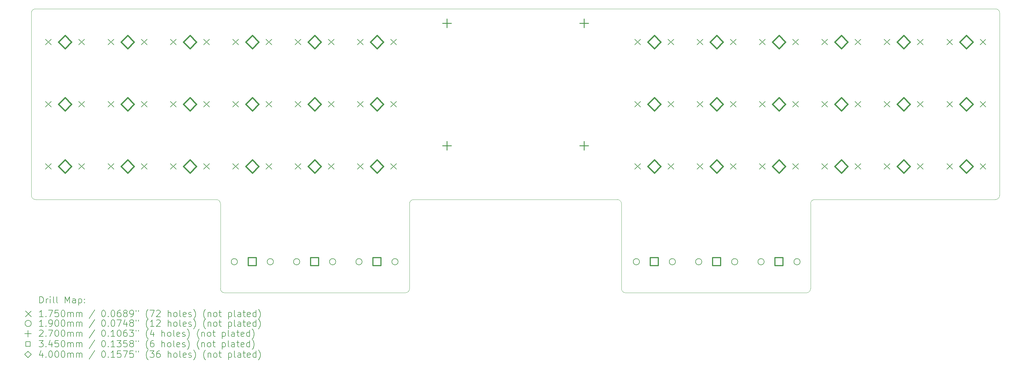
<source format=gbr>
%TF.GenerationSoftware,KiCad,Pcbnew,(6.0.7)*%
%TF.CreationDate,2022-10-12T10:08:04+02:00*%
%TF.ProjectId,cmdr_mainboard,636d6472-5f6d-4616-996e-626f6172642e,rev?*%
%TF.SameCoordinates,Original*%
%TF.FileFunction,Drillmap*%
%TF.FilePolarity,Positive*%
%FSLAX45Y45*%
G04 Gerber Fmt 4.5, Leading zero omitted, Abs format (unit mm)*
G04 Created by KiCad (PCBNEW (6.0.7)) date 2022-10-12 10:08:04*
%MOMM*%
%LPD*%
G01*
G04 APERTURE LIST*
%ADD10C,0.050000*%
%ADD11C,0.200000*%
%ADD12C,0.175000*%
%ADD13C,0.190000*%
%ADD14C,0.270000*%
%ADD15C,0.345000*%
%ADD16C,0.400000*%
G04 APERTURE END LIST*
D10*
X6223000Y-16510000D02*
G75*
G03*
X6350000Y-16637000I127000J0D01*
G01*
X17907000Y-16637000D02*
G75*
G03*
X17780000Y-16764000I0J-127000D01*
G01*
X30162500Y-16637000D02*
G75*
G03*
X30035500Y-16764000I0J-127000D01*
G01*
X35814000Y-16510000D02*
X35814633Y-10922000D01*
X6350000Y-16637000D02*
X11874500Y-16637000D01*
X17780000Y-16764000D02*
X17780000Y-19367500D01*
X29908500Y-19494500D02*
X24384000Y-19494500D01*
X30162500Y-16637000D02*
X35687000Y-16637000D01*
X30035500Y-16764000D02*
X30035500Y-19367500D01*
X17653000Y-19494500D02*
X12128500Y-19494500D01*
X35814633Y-10922000D02*
G75*
G03*
X35699700Y-10795000I-127633J0D01*
G01*
X12001500Y-19367500D02*
G75*
G03*
X12128500Y-19494500I127000J0D01*
G01*
X17653000Y-19494500D02*
G75*
G03*
X17780000Y-19367500I0J127000D01*
G01*
X12001500Y-19367500D02*
X12001500Y-16764000D01*
X35699700Y-10795000D02*
X6350000Y-10795000D01*
X12001500Y-16764000D02*
G75*
G03*
X11874500Y-16637000I-127000J0D01*
G01*
X29908500Y-19494500D02*
G75*
G03*
X30035500Y-19367500I0J127000D01*
G01*
X24257000Y-19367500D02*
G75*
G03*
X24384000Y-19494500I127000J0D01*
G01*
X35687000Y-16637000D02*
G75*
G03*
X35814000Y-16510000I0J127000D01*
G01*
X24257000Y-16764000D02*
G75*
G03*
X24130000Y-16637000I-127000J0D01*
G01*
X24257000Y-19367500D02*
X24257000Y-16764000D01*
X6223000Y-10922000D02*
X6223000Y-16510000D01*
X6350000Y-10795000D02*
G75*
G03*
X6223000Y-10922000I0J-127000D01*
G01*
X24130000Y-16637000D02*
X17907000Y-16637000D01*
D11*
D12*
X6656200Y-11723500D02*
X6831200Y-11898500D01*
X6831200Y-11723500D02*
X6656200Y-11898500D01*
X6656200Y-13628500D02*
X6831200Y-13803500D01*
X6831200Y-13628500D02*
X6656200Y-13803500D01*
X6656200Y-15533500D02*
X6831200Y-15708500D01*
X6831200Y-15533500D02*
X6656200Y-15708500D01*
X7672200Y-11723500D02*
X7847200Y-11898500D01*
X7847200Y-11723500D02*
X7672200Y-11898500D01*
X7672200Y-13628500D02*
X7847200Y-13803500D01*
X7847200Y-13628500D02*
X7672200Y-13803500D01*
X7672200Y-15533500D02*
X7847200Y-15708500D01*
X7847200Y-15533500D02*
X7672200Y-15708500D01*
X8569818Y-11723500D02*
X8744818Y-11898500D01*
X8744818Y-11723500D02*
X8569818Y-11898500D01*
X8569818Y-13628500D02*
X8744818Y-13803500D01*
X8744818Y-13628500D02*
X8569818Y-13803500D01*
X8569818Y-15533500D02*
X8744818Y-15708500D01*
X8744818Y-15533500D02*
X8569818Y-15708500D01*
X9585818Y-11723500D02*
X9760818Y-11898500D01*
X9760818Y-11723500D02*
X9585818Y-11898500D01*
X9585818Y-13628500D02*
X9760818Y-13803500D01*
X9760818Y-13628500D02*
X9585818Y-13803500D01*
X9585818Y-15533500D02*
X9760818Y-15708500D01*
X9760818Y-15533500D02*
X9585818Y-15708500D01*
X10474818Y-11723500D02*
X10649818Y-11898500D01*
X10649818Y-11723500D02*
X10474818Y-11898500D01*
X10474818Y-13628500D02*
X10649818Y-13803500D01*
X10649818Y-13628500D02*
X10474818Y-13803500D01*
X10474818Y-15533500D02*
X10649818Y-15708500D01*
X10649818Y-15533500D02*
X10474818Y-15708500D01*
X11490818Y-11723500D02*
X11665818Y-11898500D01*
X11665818Y-11723500D02*
X11490818Y-11898500D01*
X11490818Y-13628500D02*
X11665818Y-13803500D01*
X11665818Y-13628500D02*
X11490818Y-13803500D01*
X11490818Y-15533500D02*
X11665818Y-15708500D01*
X11665818Y-15533500D02*
X11490818Y-15708500D01*
X12379818Y-11723500D02*
X12554818Y-11898500D01*
X12554818Y-11723500D02*
X12379818Y-11898500D01*
X12379818Y-13628500D02*
X12554818Y-13803500D01*
X12554818Y-13628500D02*
X12379818Y-13803500D01*
X12379818Y-15533500D02*
X12554818Y-15708500D01*
X12554818Y-15533500D02*
X12379818Y-15708500D01*
X13395818Y-11723500D02*
X13570818Y-11898500D01*
X13570818Y-11723500D02*
X13395818Y-11898500D01*
X13395818Y-13628500D02*
X13570818Y-13803500D01*
X13570818Y-13628500D02*
X13395818Y-13803500D01*
X13395818Y-15533500D02*
X13570818Y-15708500D01*
X13570818Y-15533500D02*
X13395818Y-15708500D01*
X14284818Y-11723500D02*
X14459818Y-11898500D01*
X14459818Y-11723500D02*
X14284818Y-11898500D01*
X14284818Y-13628500D02*
X14459818Y-13803500D01*
X14459818Y-13628500D02*
X14284818Y-13803500D01*
X14284818Y-15533500D02*
X14459818Y-15708500D01*
X14459818Y-15533500D02*
X14284818Y-15708500D01*
X15300818Y-11723500D02*
X15475818Y-11898500D01*
X15475818Y-11723500D02*
X15300818Y-11898500D01*
X15300818Y-13628500D02*
X15475818Y-13803500D01*
X15475818Y-13628500D02*
X15300818Y-13803500D01*
X15300818Y-15533500D02*
X15475818Y-15708500D01*
X15475818Y-15533500D02*
X15300818Y-15708500D01*
X16189818Y-11723500D02*
X16364818Y-11898500D01*
X16364818Y-11723500D02*
X16189818Y-11898500D01*
X16189818Y-13628500D02*
X16364818Y-13803500D01*
X16364818Y-13628500D02*
X16189818Y-13803500D01*
X16189818Y-15533500D02*
X16364818Y-15708500D01*
X16364818Y-15533500D02*
X16189818Y-15708500D01*
X17205818Y-11723500D02*
X17380818Y-11898500D01*
X17380818Y-11723500D02*
X17205818Y-11898500D01*
X17205818Y-13628500D02*
X17380818Y-13803500D01*
X17380818Y-13628500D02*
X17205818Y-13803500D01*
X17205818Y-15533500D02*
X17380818Y-15708500D01*
X17380818Y-15533500D02*
X17205818Y-15708500D01*
X24666208Y-11723500D02*
X24841208Y-11898500D01*
X24841208Y-11723500D02*
X24666208Y-11898500D01*
X24666208Y-13628500D02*
X24841208Y-13803500D01*
X24841208Y-13628500D02*
X24666208Y-13803500D01*
X24666208Y-15533500D02*
X24841208Y-15708500D01*
X24841208Y-15533500D02*
X24666208Y-15708500D01*
X25682208Y-11723500D02*
X25857208Y-11898500D01*
X25857208Y-11723500D02*
X25682208Y-11898500D01*
X25682208Y-13628500D02*
X25857208Y-13803500D01*
X25857208Y-13628500D02*
X25682208Y-13803500D01*
X25682208Y-15533500D02*
X25857208Y-15708500D01*
X25857208Y-15533500D02*
X25682208Y-15708500D01*
X26571208Y-11723500D02*
X26746208Y-11898500D01*
X26746208Y-11723500D02*
X26571208Y-11898500D01*
X26571208Y-13628500D02*
X26746208Y-13803500D01*
X26746208Y-13628500D02*
X26571208Y-13803500D01*
X26571208Y-15533500D02*
X26746208Y-15708500D01*
X26746208Y-15533500D02*
X26571208Y-15708500D01*
X27587208Y-11723500D02*
X27762208Y-11898500D01*
X27762208Y-11723500D02*
X27587208Y-11898500D01*
X27587208Y-13628500D02*
X27762208Y-13803500D01*
X27762208Y-13628500D02*
X27587208Y-13803500D01*
X27587208Y-15533500D02*
X27762208Y-15708500D01*
X27762208Y-15533500D02*
X27587208Y-15708500D01*
X28476208Y-11723500D02*
X28651208Y-11898500D01*
X28651208Y-11723500D02*
X28476208Y-11898500D01*
X28476208Y-13628500D02*
X28651208Y-13803500D01*
X28651208Y-13628500D02*
X28476208Y-13803500D01*
X28476208Y-15533500D02*
X28651208Y-15708500D01*
X28651208Y-15533500D02*
X28476208Y-15708500D01*
X29492208Y-11723500D02*
X29667208Y-11898500D01*
X29667208Y-11723500D02*
X29492208Y-11898500D01*
X29492208Y-13628500D02*
X29667208Y-13803500D01*
X29667208Y-13628500D02*
X29492208Y-13803500D01*
X29492208Y-15533500D02*
X29667208Y-15708500D01*
X29667208Y-15533500D02*
X29492208Y-15708500D01*
X30381208Y-11723500D02*
X30556208Y-11898500D01*
X30556208Y-11723500D02*
X30381208Y-11898500D01*
X30381208Y-13628500D02*
X30556208Y-13803500D01*
X30556208Y-13628500D02*
X30381208Y-13803500D01*
X30381208Y-15533500D02*
X30556208Y-15708500D01*
X30556208Y-15533500D02*
X30381208Y-15708500D01*
X31397208Y-11723500D02*
X31572208Y-11898500D01*
X31572208Y-11723500D02*
X31397208Y-11898500D01*
X31397208Y-13628500D02*
X31572208Y-13803500D01*
X31572208Y-13628500D02*
X31397208Y-13803500D01*
X31397208Y-15533500D02*
X31572208Y-15708500D01*
X31572208Y-15533500D02*
X31397208Y-15708500D01*
X32286208Y-11723500D02*
X32461208Y-11898500D01*
X32461208Y-11723500D02*
X32286208Y-11898500D01*
X32286208Y-13628500D02*
X32461208Y-13803500D01*
X32461208Y-13628500D02*
X32286208Y-13803500D01*
X32286208Y-15533500D02*
X32461208Y-15708500D01*
X32461208Y-15533500D02*
X32286208Y-15708500D01*
X33302208Y-11723500D02*
X33477208Y-11898500D01*
X33477208Y-11723500D02*
X33302208Y-11898500D01*
X33302208Y-13628500D02*
X33477208Y-13803500D01*
X33477208Y-13628500D02*
X33302208Y-13803500D01*
X33302208Y-15533500D02*
X33477208Y-15708500D01*
X33477208Y-15533500D02*
X33302208Y-15708500D01*
X34202500Y-11723500D02*
X34377500Y-11898500D01*
X34377500Y-11723500D02*
X34202500Y-11898500D01*
X34202500Y-13628500D02*
X34377500Y-13803500D01*
X34377500Y-13628500D02*
X34202500Y-13803500D01*
X34202500Y-15533500D02*
X34377500Y-15708500D01*
X34377500Y-15533500D02*
X34202500Y-15708500D01*
X35218500Y-11723500D02*
X35393500Y-11898500D01*
X35393500Y-11723500D02*
X35218500Y-11898500D01*
X35218500Y-13628500D02*
X35393500Y-13803500D01*
X35393500Y-13628500D02*
X35218500Y-13803500D01*
X35218500Y-15533500D02*
X35393500Y-15708500D01*
X35393500Y-15533500D02*
X35218500Y-15708500D01*
D13*
X12520318Y-18542000D02*
G75*
G03*
X12520318Y-18542000I-95000J0D01*
G01*
X13620318Y-18542000D02*
G75*
G03*
X13620318Y-18542000I-95000J0D01*
G01*
X14425318Y-18542000D02*
G75*
G03*
X14425318Y-18542000I-95000J0D01*
G01*
X15525318Y-18542000D02*
G75*
G03*
X15525318Y-18542000I-95000J0D01*
G01*
X16330318Y-18542000D02*
G75*
G03*
X16330318Y-18542000I-95000J0D01*
G01*
X17430318Y-18542000D02*
G75*
G03*
X17430318Y-18542000I-95000J0D01*
G01*
X24806708Y-18542000D02*
G75*
G03*
X24806708Y-18542000I-95000J0D01*
G01*
X25906708Y-18542000D02*
G75*
G03*
X25906708Y-18542000I-95000J0D01*
G01*
X26711708Y-18542000D02*
G75*
G03*
X26711708Y-18542000I-95000J0D01*
G01*
X27811708Y-18542000D02*
G75*
G03*
X27811708Y-18542000I-95000J0D01*
G01*
X28616708Y-18542000D02*
G75*
G03*
X28616708Y-18542000I-95000J0D01*
G01*
X29716708Y-18542000D02*
G75*
G03*
X29716708Y-18542000I-95000J0D01*
G01*
D14*
X18923000Y-11104500D02*
X18923000Y-11374500D01*
X18788000Y-11239500D02*
X19058000Y-11239500D01*
X18923000Y-14851000D02*
X18923000Y-15121000D01*
X18788000Y-14986000D02*
X19058000Y-14986000D01*
X23114000Y-11104500D02*
X23114000Y-11374500D01*
X22979000Y-11239500D02*
X23249000Y-11239500D01*
X23114000Y-14851000D02*
X23114000Y-15121000D01*
X22979000Y-14986000D02*
X23249000Y-14986000D01*
D15*
X13097295Y-18663977D02*
X13097295Y-18420023D01*
X12853341Y-18420023D01*
X12853341Y-18663977D01*
X13097295Y-18663977D01*
X15002295Y-18663977D02*
X15002295Y-18420023D01*
X14758341Y-18420023D01*
X14758341Y-18663977D01*
X15002295Y-18663977D01*
X16907295Y-18663977D02*
X16907295Y-18420023D01*
X16663341Y-18420023D01*
X16663341Y-18663977D01*
X16907295Y-18663977D01*
X25383685Y-18663977D02*
X25383685Y-18420023D01*
X25139731Y-18420023D01*
X25139731Y-18663977D01*
X25383685Y-18663977D01*
X27288685Y-18663977D02*
X27288685Y-18420023D01*
X27044731Y-18420023D01*
X27044731Y-18663977D01*
X27288685Y-18663977D01*
X29193685Y-18663977D02*
X29193685Y-18420023D01*
X28949731Y-18420023D01*
X28949731Y-18663977D01*
X29193685Y-18663977D01*
D16*
X7251700Y-12011000D02*
X7451700Y-11811000D01*
X7251700Y-11611000D01*
X7051700Y-11811000D01*
X7251700Y-12011000D01*
X7251700Y-13916000D02*
X7451700Y-13716000D01*
X7251700Y-13516000D01*
X7051700Y-13716000D01*
X7251700Y-13916000D01*
X7251700Y-15821000D02*
X7451700Y-15621000D01*
X7251700Y-15421000D01*
X7051700Y-15621000D01*
X7251700Y-15821000D01*
X9165318Y-12011000D02*
X9365318Y-11811000D01*
X9165318Y-11611000D01*
X8965318Y-11811000D01*
X9165318Y-12011000D01*
X9165318Y-13916000D02*
X9365318Y-13716000D01*
X9165318Y-13516000D01*
X8965318Y-13716000D01*
X9165318Y-13916000D01*
X9165318Y-15821000D02*
X9365318Y-15621000D01*
X9165318Y-15421000D01*
X8965318Y-15621000D01*
X9165318Y-15821000D01*
X11070318Y-12011000D02*
X11270318Y-11811000D01*
X11070318Y-11611000D01*
X10870318Y-11811000D01*
X11070318Y-12011000D01*
X11070318Y-13916000D02*
X11270318Y-13716000D01*
X11070318Y-13516000D01*
X10870318Y-13716000D01*
X11070318Y-13916000D01*
X11070318Y-15821000D02*
X11270318Y-15621000D01*
X11070318Y-15421000D01*
X10870318Y-15621000D01*
X11070318Y-15821000D01*
X12975318Y-12011000D02*
X13175318Y-11811000D01*
X12975318Y-11611000D01*
X12775318Y-11811000D01*
X12975318Y-12011000D01*
X12975318Y-13916000D02*
X13175318Y-13716000D01*
X12975318Y-13516000D01*
X12775318Y-13716000D01*
X12975318Y-13916000D01*
X12975318Y-15821000D02*
X13175318Y-15621000D01*
X12975318Y-15421000D01*
X12775318Y-15621000D01*
X12975318Y-15821000D01*
X14880318Y-12011000D02*
X15080318Y-11811000D01*
X14880318Y-11611000D01*
X14680318Y-11811000D01*
X14880318Y-12011000D01*
X14880318Y-13916000D02*
X15080318Y-13716000D01*
X14880318Y-13516000D01*
X14680318Y-13716000D01*
X14880318Y-13916000D01*
X14880318Y-15821000D02*
X15080318Y-15621000D01*
X14880318Y-15421000D01*
X14680318Y-15621000D01*
X14880318Y-15821000D01*
X16785318Y-12011000D02*
X16985318Y-11811000D01*
X16785318Y-11611000D01*
X16585318Y-11811000D01*
X16785318Y-12011000D01*
X16785318Y-13916000D02*
X16985318Y-13716000D01*
X16785318Y-13516000D01*
X16585318Y-13716000D01*
X16785318Y-13916000D01*
X16785318Y-15821000D02*
X16985318Y-15621000D01*
X16785318Y-15421000D01*
X16585318Y-15621000D01*
X16785318Y-15821000D01*
X25261708Y-12011000D02*
X25461708Y-11811000D01*
X25261708Y-11611000D01*
X25061708Y-11811000D01*
X25261708Y-12011000D01*
X25261708Y-13916000D02*
X25461708Y-13716000D01*
X25261708Y-13516000D01*
X25061708Y-13716000D01*
X25261708Y-13916000D01*
X25261708Y-15821000D02*
X25461708Y-15621000D01*
X25261708Y-15421000D01*
X25061708Y-15621000D01*
X25261708Y-15821000D01*
X27166708Y-12011000D02*
X27366708Y-11811000D01*
X27166708Y-11611000D01*
X26966708Y-11811000D01*
X27166708Y-12011000D01*
X27166708Y-13916000D02*
X27366708Y-13716000D01*
X27166708Y-13516000D01*
X26966708Y-13716000D01*
X27166708Y-13916000D01*
X27166708Y-15821000D02*
X27366708Y-15621000D01*
X27166708Y-15421000D01*
X26966708Y-15621000D01*
X27166708Y-15821000D01*
X29071708Y-12011000D02*
X29271708Y-11811000D01*
X29071708Y-11611000D01*
X28871708Y-11811000D01*
X29071708Y-12011000D01*
X29071708Y-13916000D02*
X29271708Y-13716000D01*
X29071708Y-13516000D01*
X28871708Y-13716000D01*
X29071708Y-13916000D01*
X29071708Y-15821000D02*
X29271708Y-15621000D01*
X29071708Y-15421000D01*
X28871708Y-15621000D01*
X29071708Y-15821000D01*
X30976708Y-12011000D02*
X31176708Y-11811000D01*
X30976708Y-11611000D01*
X30776708Y-11811000D01*
X30976708Y-12011000D01*
X30976708Y-13916000D02*
X31176708Y-13716000D01*
X30976708Y-13516000D01*
X30776708Y-13716000D01*
X30976708Y-13916000D01*
X30976708Y-15821000D02*
X31176708Y-15621000D01*
X30976708Y-15421000D01*
X30776708Y-15621000D01*
X30976708Y-15821000D01*
X32881708Y-12011000D02*
X33081708Y-11811000D01*
X32881708Y-11611000D01*
X32681708Y-11811000D01*
X32881708Y-12011000D01*
X32881708Y-13916000D02*
X33081708Y-13716000D01*
X32881708Y-13516000D01*
X32681708Y-13716000D01*
X32881708Y-13916000D01*
X32881708Y-15821000D02*
X33081708Y-15621000D01*
X32881708Y-15421000D01*
X32681708Y-15621000D01*
X32881708Y-15821000D01*
X34798000Y-12011000D02*
X34998000Y-11811000D01*
X34798000Y-11611000D01*
X34598000Y-11811000D01*
X34798000Y-12011000D01*
X34798000Y-13916000D02*
X34998000Y-13716000D01*
X34798000Y-13516000D01*
X34598000Y-13716000D01*
X34798000Y-13916000D01*
X34798000Y-15821000D02*
X34998000Y-15621000D01*
X34798000Y-15421000D01*
X34598000Y-15621000D01*
X34798000Y-15821000D01*
D11*
X6478119Y-19807476D02*
X6478119Y-19607476D01*
X6525738Y-19607476D01*
X6554309Y-19617000D01*
X6573357Y-19636048D01*
X6582881Y-19655095D01*
X6592405Y-19693190D01*
X6592405Y-19721762D01*
X6582881Y-19759857D01*
X6573357Y-19778905D01*
X6554309Y-19797952D01*
X6525738Y-19807476D01*
X6478119Y-19807476D01*
X6678119Y-19807476D02*
X6678119Y-19674143D01*
X6678119Y-19712238D02*
X6687643Y-19693190D01*
X6697167Y-19683667D01*
X6716214Y-19674143D01*
X6735262Y-19674143D01*
X6801928Y-19807476D02*
X6801928Y-19674143D01*
X6801928Y-19607476D02*
X6792405Y-19617000D01*
X6801928Y-19626524D01*
X6811452Y-19617000D01*
X6801928Y-19607476D01*
X6801928Y-19626524D01*
X6925738Y-19807476D02*
X6906690Y-19797952D01*
X6897167Y-19778905D01*
X6897167Y-19607476D01*
X7030500Y-19807476D02*
X7011452Y-19797952D01*
X7001928Y-19778905D01*
X7001928Y-19607476D01*
X7259071Y-19807476D02*
X7259071Y-19607476D01*
X7325738Y-19750333D01*
X7392405Y-19607476D01*
X7392405Y-19807476D01*
X7573357Y-19807476D02*
X7573357Y-19702714D01*
X7563833Y-19683667D01*
X7544786Y-19674143D01*
X7506690Y-19674143D01*
X7487643Y-19683667D01*
X7573357Y-19797952D02*
X7554309Y-19807476D01*
X7506690Y-19807476D01*
X7487643Y-19797952D01*
X7478119Y-19778905D01*
X7478119Y-19759857D01*
X7487643Y-19740810D01*
X7506690Y-19731286D01*
X7554309Y-19731286D01*
X7573357Y-19721762D01*
X7668595Y-19674143D02*
X7668595Y-19874143D01*
X7668595Y-19683667D02*
X7687643Y-19674143D01*
X7725738Y-19674143D01*
X7744786Y-19683667D01*
X7754309Y-19693190D01*
X7763833Y-19712238D01*
X7763833Y-19769381D01*
X7754309Y-19788429D01*
X7744786Y-19797952D01*
X7725738Y-19807476D01*
X7687643Y-19807476D01*
X7668595Y-19797952D01*
X7849548Y-19788429D02*
X7859071Y-19797952D01*
X7849548Y-19807476D01*
X7840024Y-19797952D01*
X7849548Y-19788429D01*
X7849548Y-19807476D01*
X7849548Y-19683667D02*
X7859071Y-19693190D01*
X7849548Y-19702714D01*
X7840024Y-19693190D01*
X7849548Y-19683667D01*
X7849548Y-19702714D01*
D12*
X6045500Y-20049500D02*
X6220500Y-20224500D01*
X6220500Y-20049500D02*
X6045500Y-20224500D01*
D11*
X6582881Y-20227476D02*
X6468595Y-20227476D01*
X6525738Y-20227476D02*
X6525738Y-20027476D01*
X6506690Y-20056048D01*
X6487643Y-20075095D01*
X6468595Y-20084619D01*
X6668595Y-20208429D02*
X6678119Y-20217952D01*
X6668595Y-20227476D01*
X6659071Y-20217952D01*
X6668595Y-20208429D01*
X6668595Y-20227476D01*
X6744786Y-20027476D02*
X6878119Y-20027476D01*
X6792405Y-20227476D01*
X7049548Y-20027476D02*
X6954309Y-20027476D01*
X6944786Y-20122714D01*
X6954309Y-20113190D01*
X6973357Y-20103667D01*
X7020976Y-20103667D01*
X7040024Y-20113190D01*
X7049548Y-20122714D01*
X7059071Y-20141762D01*
X7059071Y-20189381D01*
X7049548Y-20208429D01*
X7040024Y-20217952D01*
X7020976Y-20227476D01*
X6973357Y-20227476D01*
X6954309Y-20217952D01*
X6944786Y-20208429D01*
X7182881Y-20027476D02*
X7201928Y-20027476D01*
X7220976Y-20037000D01*
X7230500Y-20046524D01*
X7240024Y-20065571D01*
X7249548Y-20103667D01*
X7249548Y-20151286D01*
X7240024Y-20189381D01*
X7230500Y-20208429D01*
X7220976Y-20217952D01*
X7201928Y-20227476D01*
X7182881Y-20227476D01*
X7163833Y-20217952D01*
X7154309Y-20208429D01*
X7144786Y-20189381D01*
X7135262Y-20151286D01*
X7135262Y-20103667D01*
X7144786Y-20065571D01*
X7154309Y-20046524D01*
X7163833Y-20037000D01*
X7182881Y-20027476D01*
X7335262Y-20227476D02*
X7335262Y-20094143D01*
X7335262Y-20113190D02*
X7344786Y-20103667D01*
X7363833Y-20094143D01*
X7392405Y-20094143D01*
X7411452Y-20103667D01*
X7420976Y-20122714D01*
X7420976Y-20227476D01*
X7420976Y-20122714D02*
X7430500Y-20103667D01*
X7449548Y-20094143D01*
X7478119Y-20094143D01*
X7497167Y-20103667D01*
X7506690Y-20122714D01*
X7506690Y-20227476D01*
X7601928Y-20227476D02*
X7601928Y-20094143D01*
X7601928Y-20113190D02*
X7611452Y-20103667D01*
X7630500Y-20094143D01*
X7659071Y-20094143D01*
X7678119Y-20103667D01*
X7687643Y-20122714D01*
X7687643Y-20227476D01*
X7687643Y-20122714D02*
X7697167Y-20103667D01*
X7716214Y-20094143D01*
X7744786Y-20094143D01*
X7763833Y-20103667D01*
X7773357Y-20122714D01*
X7773357Y-20227476D01*
X8163833Y-20017952D02*
X7992405Y-20275095D01*
X8420976Y-20027476D02*
X8440024Y-20027476D01*
X8459071Y-20037000D01*
X8468595Y-20046524D01*
X8478119Y-20065571D01*
X8487643Y-20103667D01*
X8487643Y-20151286D01*
X8478119Y-20189381D01*
X8468595Y-20208429D01*
X8459071Y-20217952D01*
X8440024Y-20227476D01*
X8420976Y-20227476D01*
X8401929Y-20217952D01*
X8392405Y-20208429D01*
X8382881Y-20189381D01*
X8373357Y-20151286D01*
X8373357Y-20103667D01*
X8382881Y-20065571D01*
X8392405Y-20046524D01*
X8401929Y-20037000D01*
X8420976Y-20027476D01*
X8573357Y-20208429D02*
X8582881Y-20217952D01*
X8573357Y-20227476D01*
X8563833Y-20217952D01*
X8573357Y-20208429D01*
X8573357Y-20227476D01*
X8706690Y-20027476D02*
X8725738Y-20027476D01*
X8744786Y-20037000D01*
X8754310Y-20046524D01*
X8763833Y-20065571D01*
X8773357Y-20103667D01*
X8773357Y-20151286D01*
X8763833Y-20189381D01*
X8754310Y-20208429D01*
X8744786Y-20217952D01*
X8725738Y-20227476D01*
X8706690Y-20227476D01*
X8687643Y-20217952D01*
X8678119Y-20208429D01*
X8668595Y-20189381D01*
X8659071Y-20151286D01*
X8659071Y-20103667D01*
X8668595Y-20065571D01*
X8678119Y-20046524D01*
X8687643Y-20037000D01*
X8706690Y-20027476D01*
X8944786Y-20027476D02*
X8906690Y-20027476D01*
X8887643Y-20037000D01*
X8878119Y-20046524D01*
X8859071Y-20075095D01*
X8849548Y-20113190D01*
X8849548Y-20189381D01*
X8859071Y-20208429D01*
X8868595Y-20217952D01*
X8887643Y-20227476D01*
X8925738Y-20227476D01*
X8944786Y-20217952D01*
X8954310Y-20208429D01*
X8963833Y-20189381D01*
X8963833Y-20141762D01*
X8954310Y-20122714D01*
X8944786Y-20113190D01*
X8925738Y-20103667D01*
X8887643Y-20103667D01*
X8868595Y-20113190D01*
X8859071Y-20122714D01*
X8849548Y-20141762D01*
X9078119Y-20113190D02*
X9059071Y-20103667D01*
X9049548Y-20094143D01*
X9040024Y-20075095D01*
X9040024Y-20065571D01*
X9049548Y-20046524D01*
X9059071Y-20037000D01*
X9078119Y-20027476D01*
X9116214Y-20027476D01*
X9135262Y-20037000D01*
X9144786Y-20046524D01*
X9154310Y-20065571D01*
X9154310Y-20075095D01*
X9144786Y-20094143D01*
X9135262Y-20103667D01*
X9116214Y-20113190D01*
X9078119Y-20113190D01*
X9059071Y-20122714D01*
X9049548Y-20132238D01*
X9040024Y-20151286D01*
X9040024Y-20189381D01*
X9049548Y-20208429D01*
X9059071Y-20217952D01*
X9078119Y-20227476D01*
X9116214Y-20227476D01*
X9135262Y-20217952D01*
X9144786Y-20208429D01*
X9154310Y-20189381D01*
X9154310Y-20151286D01*
X9144786Y-20132238D01*
X9135262Y-20122714D01*
X9116214Y-20113190D01*
X9249548Y-20227476D02*
X9287643Y-20227476D01*
X9306690Y-20217952D01*
X9316214Y-20208429D01*
X9335262Y-20179857D01*
X9344786Y-20141762D01*
X9344786Y-20065571D01*
X9335262Y-20046524D01*
X9325738Y-20037000D01*
X9306690Y-20027476D01*
X9268595Y-20027476D01*
X9249548Y-20037000D01*
X9240024Y-20046524D01*
X9230500Y-20065571D01*
X9230500Y-20113190D01*
X9240024Y-20132238D01*
X9249548Y-20141762D01*
X9268595Y-20151286D01*
X9306690Y-20151286D01*
X9325738Y-20141762D01*
X9335262Y-20132238D01*
X9344786Y-20113190D01*
X9420976Y-20027476D02*
X9420976Y-20065571D01*
X9497167Y-20027476D02*
X9497167Y-20065571D01*
X9792405Y-20303667D02*
X9782881Y-20294143D01*
X9763833Y-20265571D01*
X9754310Y-20246524D01*
X9744786Y-20217952D01*
X9735262Y-20170333D01*
X9735262Y-20132238D01*
X9744786Y-20084619D01*
X9754310Y-20056048D01*
X9763833Y-20037000D01*
X9782881Y-20008429D01*
X9792405Y-19998905D01*
X9849548Y-20027476D02*
X9982881Y-20027476D01*
X9897167Y-20227476D01*
X10049548Y-20046524D02*
X10059071Y-20037000D01*
X10078119Y-20027476D01*
X10125738Y-20027476D01*
X10144786Y-20037000D01*
X10154310Y-20046524D01*
X10163833Y-20065571D01*
X10163833Y-20084619D01*
X10154310Y-20113190D01*
X10040024Y-20227476D01*
X10163833Y-20227476D01*
X10401929Y-20227476D02*
X10401929Y-20027476D01*
X10487643Y-20227476D02*
X10487643Y-20122714D01*
X10478119Y-20103667D01*
X10459071Y-20094143D01*
X10430500Y-20094143D01*
X10411452Y-20103667D01*
X10401929Y-20113190D01*
X10611452Y-20227476D02*
X10592405Y-20217952D01*
X10582881Y-20208429D01*
X10573357Y-20189381D01*
X10573357Y-20132238D01*
X10582881Y-20113190D01*
X10592405Y-20103667D01*
X10611452Y-20094143D01*
X10640024Y-20094143D01*
X10659071Y-20103667D01*
X10668595Y-20113190D01*
X10678119Y-20132238D01*
X10678119Y-20189381D01*
X10668595Y-20208429D01*
X10659071Y-20217952D01*
X10640024Y-20227476D01*
X10611452Y-20227476D01*
X10792405Y-20227476D02*
X10773357Y-20217952D01*
X10763833Y-20198905D01*
X10763833Y-20027476D01*
X10944786Y-20217952D02*
X10925738Y-20227476D01*
X10887643Y-20227476D01*
X10868595Y-20217952D01*
X10859071Y-20198905D01*
X10859071Y-20122714D01*
X10868595Y-20103667D01*
X10887643Y-20094143D01*
X10925738Y-20094143D01*
X10944786Y-20103667D01*
X10954310Y-20122714D01*
X10954310Y-20141762D01*
X10859071Y-20160810D01*
X11030500Y-20217952D02*
X11049548Y-20227476D01*
X11087643Y-20227476D01*
X11106690Y-20217952D01*
X11116214Y-20198905D01*
X11116214Y-20189381D01*
X11106690Y-20170333D01*
X11087643Y-20160810D01*
X11059071Y-20160810D01*
X11040024Y-20151286D01*
X11030500Y-20132238D01*
X11030500Y-20122714D01*
X11040024Y-20103667D01*
X11059071Y-20094143D01*
X11087643Y-20094143D01*
X11106690Y-20103667D01*
X11182881Y-20303667D02*
X11192405Y-20294143D01*
X11211452Y-20265571D01*
X11220976Y-20246524D01*
X11230500Y-20217952D01*
X11240024Y-20170333D01*
X11240024Y-20132238D01*
X11230500Y-20084619D01*
X11220976Y-20056048D01*
X11211452Y-20037000D01*
X11192405Y-20008429D01*
X11182881Y-19998905D01*
X11544786Y-20303667D02*
X11535262Y-20294143D01*
X11516214Y-20265571D01*
X11506690Y-20246524D01*
X11497167Y-20217952D01*
X11487643Y-20170333D01*
X11487643Y-20132238D01*
X11497167Y-20084619D01*
X11506690Y-20056048D01*
X11516214Y-20037000D01*
X11535262Y-20008429D01*
X11544786Y-19998905D01*
X11620976Y-20094143D02*
X11620976Y-20227476D01*
X11620976Y-20113190D02*
X11630500Y-20103667D01*
X11649548Y-20094143D01*
X11678119Y-20094143D01*
X11697167Y-20103667D01*
X11706690Y-20122714D01*
X11706690Y-20227476D01*
X11830500Y-20227476D02*
X11811452Y-20217952D01*
X11801928Y-20208429D01*
X11792405Y-20189381D01*
X11792405Y-20132238D01*
X11801928Y-20113190D01*
X11811452Y-20103667D01*
X11830500Y-20094143D01*
X11859071Y-20094143D01*
X11878119Y-20103667D01*
X11887643Y-20113190D01*
X11897167Y-20132238D01*
X11897167Y-20189381D01*
X11887643Y-20208429D01*
X11878119Y-20217952D01*
X11859071Y-20227476D01*
X11830500Y-20227476D01*
X11954309Y-20094143D02*
X12030500Y-20094143D01*
X11982881Y-20027476D02*
X11982881Y-20198905D01*
X11992405Y-20217952D01*
X12011452Y-20227476D01*
X12030500Y-20227476D01*
X12249548Y-20094143D02*
X12249548Y-20294143D01*
X12249548Y-20103667D02*
X12268595Y-20094143D01*
X12306690Y-20094143D01*
X12325738Y-20103667D01*
X12335262Y-20113190D01*
X12344786Y-20132238D01*
X12344786Y-20189381D01*
X12335262Y-20208429D01*
X12325738Y-20217952D01*
X12306690Y-20227476D01*
X12268595Y-20227476D01*
X12249548Y-20217952D01*
X12459071Y-20227476D02*
X12440024Y-20217952D01*
X12430500Y-20198905D01*
X12430500Y-20027476D01*
X12620976Y-20227476D02*
X12620976Y-20122714D01*
X12611452Y-20103667D01*
X12592405Y-20094143D01*
X12554309Y-20094143D01*
X12535262Y-20103667D01*
X12620976Y-20217952D02*
X12601928Y-20227476D01*
X12554309Y-20227476D01*
X12535262Y-20217952D01*
X12525738Y-20198905D01*
X12525738Y-20179857D01*
X12535262Y-20160810D01*
X12554309Y-20151286D01*
X12601928Y-20151286D01*
X12620976Y-20141762D01*
X12687643Y-20094143D02*
X12763833Y-20094143D01*
X12716214Y-20027476D02*
X12716214Y-20198905D01*
X12725738Y-20217952D01*
X12744786Y-20227476D01*
X12763833Y-20227476D01*
X12906690Y-20217952D02*
X12887643Y-20227476D01*
X12849548Y-20227476D01*
X12830500Y-20217952D01*
X12820976Y-20198905D01*
X12820976Y-20122714D01*
X12830500Y-20103667D01*
X12849548Y-20094143D01*
X12887643Y-20094143D01*
X12906690Y-20103667D01*
X12916214Y-20122714D01*
X12916214Y-20141762D01*
X12820976Y-20160810D01*
X13087643Y-20227476D02*
X13087643Y-20027476D01*
X13087643Y-20217952D02*
X13068595Y-20227476D01*
X13030500Y-20227476D01*
X13011452Y-20217952D01*
X13001928Y-20208429D01*
X12992405Y-20189381D01*
X12992405Y-20132238D01*
X13001928Y-20113190D01*
X13011452Y-20103667D01*
X13030500Y-20094143D01*
X13068595Y-20094143D01*
X13087643Y-20103667D01*
X13163833Y-20303667D02*
X13173357Y-20294143D01*
X13192405Y-20265571D01*
X13201928Y-20246524D01*
X13211452Y-20217952D01*
X13220976Y-20170333D01*
X13220976Y-20132238D01*
X13211452Y-20084619D01*
X13201928Y-20056048D01*
X13192405Y-20037000D01*
X13173357Y-20008429D01*
X13163833Y-19998905D01*
D13*
X6220500Y-20432000D02*
G75*
G03*
X6220500Y-20432000I-95000J0D01*
G01*
D11*
X6582881Y-20522476D02*
X6468595Y-20522476D01*
X6525738Y-20522476D02*
X6525738Y-20322476D01*
X6506690Y-20351048D01*
X6487643Y-20370095D01*
X6468595Y-20379619D01*
X6668595Y-20503429D02*
X6678119Y-20512952D01*
X6668595Y-20522476D01*
X6659071Y-20512952D01*
X6668595Y-20503429D01*
X6668595Y-20522476D01*
X6773357Y-20522476D02*
X6811452Y-20522476D01*
X6830500Y-20512952D01*
X6840024Y-20503429D01*
X6859071Y-20474857D01*
X6868595Y-20436762D01*
X6868595Y-20360571D01*
X6859071Y-20341524D01*
X6849548Y-20332000D01*
X6830500Y-20322476D01*
X6792405Y-20322476D01*
X6773357Y-20332000D01*
X6763833Y-20341524D01*
X6754309Y-20360571D01*
X6754309Y-20408190D01*
X6763833Y-20427238D01*
X6773357Y-20436762D01*
X6792405Y-20446286D01*
X6830500Y-20446286D01*
X6849548Y-20436762D01*
X6859071Y-20427238D01*
X6868595Y-20408190D01*
X6992405Y-20322476D02*
X7011452Y-20322476D01*
X7030500Y-20332000D01*
X7040024Y-20341524D01*
X7049548Y-20360571D01*
X7059071Y-20398667D01*
X7059071Y-20446286D01*
X7049548Y-20484381D01*
X7040024Y-20503429D01*
X7030500Y-20512952D01*
X7011452Y-20522476D01*
X6992405Y-20522476D01*
X6973357Y-20512952D01*
X6963833Y-20503429D01*
X6954309Y-20484381D01*
X6944786Y-20446286D01*
X6944786Y-20398667D01*
X6954309Y-20360571D01*
X6963833Y-20341524D01*
X6973357Y-20332000D01*
X6992405Y-20322476D01*
X7182881Y-20322476D02*
X7201928Y-20322476D01*
X7220976Y-20332000D01*
X7230500Y-20341524D01*
X7240024Y-20360571D01*
X7249548Y-20398667D01*
X7249548Y-20446286D01*
X7240024Y-20484381D01*
X7230500Y-20503429D01*
X7220976Y-20512952D01*
X7201928Y-20522476D01*
X7182881Y-20522476D01*
X7163833Y-20512952D01*
X7154309Y-20503429D01*
X7144786Y-20484381D01*
X7135262Y-20446286D01*
X7135262Y-20398667D01*
X7144786Y-20360571D01*
X7154309Y-20341524D01*
X7163833Y-20332000D01*
X7182881Y-20322476D01*
X7335262Y-20522476D02*
X7335262Y-20389143D01*
X7335262Y-20408190D02*
X7344786Y-20398667D01*
X7363833Y-20389143D01*
X7392405Y-20389143D01*
X7411452Y-20398667D01*
X7420976Y-20417714D01*
X7420976Y-20522476D01*
X7420976Y-20417714D02*
X7430500Y-20398667D01*
X7449548Y-20389143D01*
X7478119Y-20389143D01*
X7497167Y-20398667D01*
X7506690Y-20417714D01*
X7506690Y-20522476D01*
X7601928Y-20522476D02*
X7601928Y-20389143D01*
X7601928Y-20408190D02*
X7611452Y-20398667D01*
X7630500Y-20389143D01*
X7659071Y-20389143D01*
X7678119Y-20398667D01*
X7687643Y-20417714D01*
X7687643Y-20522476D01*
X7687643Y-20417714D02*
X7697167Y-20398667D01*
X7716214Y-20389143D01*
X7744786Y-20389143D01*
X7763833Y-20398667D01*
X7773357Y-20417714D01*
X7773357Y-20522476D01*
X8163833Y-20312952D02*
X7992405Y-20570095D01*
X8420976Y-20322476D02*
X8440024Y-20322476D01*
X8459071Y-20332000D01*
X8468595Y-20341524D01*
X8478119Y-20360571D01*
X8487643Y-20398667D01*
X8487643Y-20446286D01*
X8478119Y-20484381D01*
X8468595Y-20503429D01*
X8459071Y-20512952D01*
X8440024Y-20522476D01*
X8420976Y-20522476D01*
X8401929Y-20512952D01*
X8392405Y-20503429D01*
X8382881Y-20484381D01*
X8373357Y-20446286D01*
X8373357Y-20398667D01*
X8382881Y-20360571D01*
X8392405Y-20341524D01*
X8401929Y-20332000D01*
X8420976Y-20322476D01*
X8573357Y-20503429D02*
X8582881Y-20512952D01*
X8573357Y-20522476D01*
X8563833Y-20512952D01*
X8573357Y-20503429D01*
X8573357Y-20522476D01*
X8706690Y-20322476D02*
X8725738Y-20322476D01*
X8744786Y-20332000D01*
X8754310Y-20341524D01*
X8763833Y-20360571D01*
X8773357Y-20398667D01*
X8773357Y-20446286D01*
X8763833Y-20484381D01*
X8754310Y-20503429D01*
X8744786Y-20512952D01*
X8725738Y-20522476D01*
X8706690Y-20522476D01*
X8687643Y-20512952D01*
X8678119Y-20503429D01*
X8668595Y-20484381D01*
X8659071Y-20446286D01*
X8659071Y-20398667D01*
X8668595Y-20360571D01*
X8678119Y-20341524D01*
X8687643Y-20332000D01*
X8706690Y-20322476D01*
X8840024Y-20322476D02*
X8973357Y-20322476D01*
X8887643Y-20522476D01*
X9135262Y-20389143D02*
X9135262Y-20522476D01*
X9087643Y-20312952D02*
X9040024Y-20455810D01*
X9163833Y-20455810D01*
X9268595Y-20408190D02*
X9249548Y-20398667D01*
X9240024Y-20389143D01*
X9230500Y-20370095D01*
X9230500Y-20360571D01*
X9240024Y-20341524D01*
X9249548Y-20332000D01*
X9268595Y-20322476D01*
X9306690Y-20322476D01*
X9325738Y-20332000D01*
X9335262Y-20341524D01*
X9344786Y-20360571D01*
X9344786Y-20370095D01*
X9335262Y-20389143D01*
X9325738Y-20398667D01*
X9306690Y-20408190D01*
X9268595Y-20408190D01*
X9249548Y-20417714D01*
X9240024Y-20427238D01*
X9230500Y-20446286D01*
X9230500Y-20484381D01*
X9240024Y-20503429D01*
X9249548Y-20512952D01*
X9268595Y-20522476D01*
X9306690Y-20522476D01*
X9325738Y-20512952D01*
X9335262Y-20503429D01*
X9344786Y-20484381D01*
X9344786Y-20446286D01*
X9335262Y-20427238D01*
X9325738Y-20417714D01*
X9306690Y-20408190D01*
X9420976Y-20322476D02*
X9420976Y-20360571D01*
X9497167Y-20322476D02*
X9497167Y-20360571D01*
X9792405Y-20598667D02*
X9782881Y-20589143D01*
X9763833Y-20560571D01*
X9754310Y-20541524D01*
X9744786Y-20512952D01*
X9735262Y-20465333D01*
X9735262Y-20427238D01*
X9744786Y-20379619D01*
X9754310Y-20351048D01*
X9763833Y-20332000D01*
X9782881Y-20303429D01*
X9792405Y-20293905D01*
X9973357Y-20522476D02*
X9859071Y-20522476D01*
X9916214Y-20522476D02*
X9916214Y-20322476D01*
X9897167Y-20351048D01*
X9878119Y-20370095D01*
X9859071Y-20379619D01*
X10049548Y-20341524D02*
X10059071Y-20332000D01*
X10078119Y-20322476D01*
X10125738Y-20322476D01*
X10144786Y-20332000D01*
X10154310Y-20341524D01*
X10163833Y-20360571D01*
X10163833Y-20379619D01*
X10154310Y-20408190D01*
X10040024Y-20522476D01*
X10163833Y-20522476D01*
X10401929Y-20522476D02*
X10401929Y-20322476D01*
X10487643Y-20522476D02*
X10487643Y-20417714D01*
X10478119Y-20398667D01*
X10459071Y-20389143D01*
X10430500Y-20389143D01*
X10411452Y-20398667D01*
X10401929Y-20408190D01*
X10611452Y-20522476D02*
X10592405Y-20512952D01*
X10582881Y-20503429D01*
X10573357Y-20484381D01*
X10573357Y-20427238D01*
X10582881Y-20408190D01*
X10592405Y-20398667D01*
X10611452Y-20389143D01*
X10640024Y-20389143D01*
X10659071Y-20398667D01*
X10668595Y-20408190D01*
X10678119Y-20427238D01*
X10678119Y-20484381D01*
X10668595Y-20503429D01*
X10659071Y-20512952D01*
X10640024Y-20522476D01*
X10611452Y-20522476D01*
X10792405Y-20522476D02*
X10773357Y-20512952D01*
X10763833Y-20493905D01*
X10763833Y-20322476D01*
X10944786Y-20512952D02*
X10925738Y-20522476D01*
X10887643Y-20522476D01*
X10868595Y-20512952D01*
X10859071Y-20493905D01*
X10859071Y-20417714D01*
X10868595Y-20398667D01*
X10887643Y-20389143D01*
X10925738Y-20389143D01*
X10944786Y-20398667D01*
X10954310Y-20417714D01*
X10954310Y-20436762D01*
X10859071Y-20455810D01*
X11030500Y-20512952D02*
X11049548Y-20522476D01*
X11087643Y-20522476D01*
X11106690Y-20512952D01*
X11116214Y-20493905D01*
X11116214Y-20484381D01*
X11106690Y-20465333D01*
X11087643Y-20455810D01*
X11059071Y-20455810D01*
X11040024Y-20446286D01*
X11030500Y-20427238D01*
X11030500Y-20417714D01*
X11040024Y-20398667D01*
X11059071Y-20389143D01*
X11087643Y-20389143D01*
X11106690Y-20398667D01*
X11182881Y-20598667D02*
X11192405Y-20589143D01*
X11211452Y-20560571D01*
X11220976Y-20541524D01*
X11230500Y-20512952D01*
X11240024Y-20465333D01*
X11240024Y-20427238D01*
X11230500Y-20379619D01*
X11220976Y-20351048D01*
X11211452Y-20332000D01*
X11192405Y-20303429D01*
X11182881Y-20293905D01*
X11544786Y-20598667D02*
X11535262Y-20589143D01*
X11516214Y-20560571D01*
X11506690Y-20541524D01*
X11497167Y-20512952D01*
X11487643Y-20465333D01*
X11487643Y-20427238D01*
X11497167Y-20379619D01*
X11506690Y-20351048D01*
X11516214Y-20332000D01*
X11535262Y-20303429D01*
X11544786Y-20293905D01*
X11620976Y-20389143D02*
X11620976Y-20522476D01*
X11620976Y-20408190D02*
X11630500Y-20398667D01*
X11649548Y-20389143D01*
X11678119Y-20389143D01*
X11697167Y-20398667D01*
X11706690Y-20417714D01*
X11706690Y-20522476D01*
X11830500Y-20522476D02*
X11811452Y-20512952D01*
X11801928Y-20503429D01*
X11792405Y-20484381D01*
X11792405Y-20427238D01*
X11801928Y-20408190D01*
X11811452Y-20398667D01*
X11830500Y-20389143D01*
X11859071Y-20389143D01*
X11878119Y-20398667D01*
X11887643Y-20408190D01*
X11897167Y-20427238D01*
X11897167Y-20484381D01*
X11887643Y-20503429D01*
X11878119Y-20512952D01*
X11859071Y-20522476D01*
X11830500Y-20522476D01*
X11954309Y-20389143D02*
X12030500Y-20389143D01*
X11982881Y-20322476D02*
X11982881Y-20493905D01*
X11992405Y-20512952D01*
X12011452Y-20522476D01*
X12030500Y-20522476D01*
X12249548Y-20389143D02*
X12249548Y-20589143D01*
X12249548Y-20398667D02*
X12268595Y-20389143D01*
X12306690Y-20389143D01*
X12325738Y-20398667D01*
X12335262Y-20408190D01*
X12344786Y-20427238D01*
X12344786Y-20484381D01*
X12335262Y-20503429D01*
X12325738Y-20512952D01*
X12306690Y-20522476D01*
X12268595Y-20522476D01*
X12249548Y-20512952D01*
X12459071Y-20522476D02*
X12440024Y-20512952D01*
X12430500Y-20493905D01*
X12430500Y-20322476D01*
X12620976Y-20522476D02*
X12620976Y-20417714D01*
X12611452Y-20398667D01*
X12592405Y-20389143D01*
X12554309Y-20389143D01*
X12535262Y-20398667D01*
X12620976Y-20512952D02*
X12601928Y-20522476D01*
X12554309Y-20522476D01*
X12535262Y-20512952D01*
X12525738Y-20493905D01*
X12525738Y-20474857D01*
X12535262Y-20455810D01*
X12554309Y-20446286D01*
X12601928Y-20446286D01*
X12620976Y-20436762D01*
X12687643Y-20389143D02*
X12763833Y-20389143D01*
X12716214Y-20322476D02*
X12716214Y-20493905D01*
X12725738Y-20512952D01*
X12744786Y-20522476D01*
X12763833Y-20522476D01*
X12906690Y-20512952D02*
X12887643Y-20522476D01*
X12849548Y-20522476D01*
X12830500Y-20512952D01*
X12820976Y-20493905D01*
X12820976Y-20417714D01*
X12830500Y-20398667D01*
X12849548Y-20389143D01*
X12887643Y-20389143D01*
X12906690Y-20398667D01*
X12916214Y-20417714D01*
X12916214Y-20436762D01*
X12820976Y-20455810D01*
X13087643Y-20522476D02*
X13087643Y-20322476D01*
X13087643Y-20512952D02*
X13068595Y-20522476D01*
X13030500Y-20522476D01*
X13011452Y-20512952D01*
X13001928Y-20503429D01*
X12992405Y-20484381D01*
X12992405Y-20427238D01*
X13001928Y-20408190D01*
X13011452Y-20398667D01*
X13030500Y-20389143D01*
X13068595Y-20389143D01*
X13087643Y-20398667D01*
X13163833Y-20598667D02*
X13173357Y-20589143D01*
X13192405Y-20560571D01*
X13201928Y-20541524D01*
X13211452Y-20512952D01*
X13220976Y-20465333D01*
X13220976Y-20427238D01*
X13211452Y-20379619D01*
X13201928Y-20351048D01*
X13192405Y-20332000D01*
X13173357Y-20303429D01*
X13163833Y-20293905D01*
X6120500Y-20642000D02*
X6120500Y-20842000D01*
X6020500Y-20742000D02*
X6220500Y-20742000D01*
X6468595Y-20651524D02*
X6478119Y-20642000D01*
X6497167Y-20632476D01*
X6544786Y-20632476D01*
X6563833Y-20642000D01*
X6573357Y-20651524D01*
X6582881Y-20670571D01*
X6582881Y-20689619D01*
X6573357Y-20718190D01*
X6459071Y-20832476D01*
X6582881Y-20832476D01*
X6668595Y-20813429D02*
X6678119Y-20822952D01*
X6668595Y-20832476D01*
X6659071Y-20822952D01*
X6668595Y-20813429D01*
X6668595Y-20832476D01*
X6744786Y-20632476D02*
X6878119Y-20632476D01*
X6792405Y-20832476D01*
X6992405Y-20632476D02*
X7011452Y-20632476D01*
X7030500Y-20642000D01*
X7040024Y-20651524D01*
X7049548Y-20670571D01*
X7059071Y-20708667D01*
X7059071Y-20756286D01*
X7049548Y-20794381D01*
X7040024Y-20813429D01*
X7030500Y-20822952D01*
X7011452Y-20832476D01*
X6992405Y-20832476D01*
X6973357Y-20822952D01*
X6963833Y-20813429D01*
X6954309Y-20794381D01*
X6944786Y-20756286D01*
X6944786Y-20708667D01*
X6954309Y-20670571D01*
X6963833Y-20651524D01*
X6973357Y-20642000D01*
X6992405Y-20632476D01*
X7182881Y-20632476D02*
X7201928Y-20632476D01*
X7220976Y-20642000D01*
X7230500Y-20651524D01*
X7240024Y-20670571D01*
X7249548Y-20708667D01*
X7249548Y-20756286D01*
X7240024Y-20794381D01*
X7230500Y-20813429D01*
X7220976Y-20822952D01*
X7201928Y-20832476D01*
X7182881Y-20832476D01*
X7163833Y-20822952D01*
X7154309Y-20813429D01*
X7144786Y-20794381D01*
X7135262Y-20756286D01*
X7135262Y-20708667D01*
X7144786Y-20670571D01*
X7154309Y-20651524D01*
X7163833Y-20642000D01*
X7182881Y-20632476D01*
X7335262Y-20832476D02*
X7335262Y-20699143D01*
X7335262Y-20718190D02*
X7344786Y-20708667D01*
X7363833Y-20699143D01*
X7392405Y-20699143D01*
X7411452Y-20708667D01*
X7420976Y-20727714D01*
X7420976Y-20832476D01*
X7420976Y-20727714D02*
X7430500Y-20708667D01*
X7449548Y-20699143D01*
X7478119Y-20699143D01*
X7497167Y-20708667D01*
X7506690Y-20727714D01*
X7506690Y-20832476D01*
X7601928Y-20832476D02*
X7601928Y-20699143D01*
X7601928Y-20718190D02*
X7611452Y-20708667D01*
X7630500Y-20699143D01*
X7659071Y-20699143D01*
X7678119Y-20708667D01*
X7687643Y-20727714D01*
X7687643Y-20832476D01*
X7687643Y-20727714D02*
X7697167Y-20708667D01*
X7716214Y-20699143D01*
X7744786Y-20699143D01*
X7763833Y-20708667D01*
X7773357Y-20727714D01*
X7773357Y-20832476D01*
X8163833Y-20622952D02*
X7992405Y-20880095D01*
X8420976Y-20632476D02*
X8440024Y-20632476D01*
X8459071Y-20642000D01*
X8468595Y-20651524D01*
X8478119Y-20670571D01*
X8487643Y-20708667D01*
X8487643Y-20756286D01*
X8478119Y-20794381D01*
X8468595Y-20813429D01*
X8459071Y-20822952D01*
X8440024Y-20832476D01*
X8420976Y-20832476D01*
X8401929Y-20822952D01*
X8392405Y-20813429D01*
X8382881Y-20794381D01*
X8373357Y-20756286D01*
X8373357Y-20708667D01*
X8382881Y-20670571D01*
X8392405Y-20651524D01*
X8401929Y-20642000D01*
X8420976Y-20632476D01*
X8573357Y-20813429D02*
X8582881Y-20822952D01*
X8573357Y-20832476D01*
X8563833Y-20822952D01*
X8573357Y-20813429D01*
X8573357Y-20832476D01*
X8773357Y-20832476D02*
X8659071Y-20832476D01*
X8716214Y-20832476D02*
X8716214Y-20632476D01*
X8697167Y-20661048D01*
X8678119Y-20680095D01*
X8659071Y-20689619D01*
X8897167Y-20632476D02*
X8916214Y-20632476D01*
X8935262Y-20642000D01*
X8944786Y-20651524D01*
X8954310Y-20670571D01*
X8963833Y-20708667D01*
X8963833Y-20756286D01*
X8954310Y-20794381D01*
X8944786Y-20813429D01*
X8935262Y-20822952D01*
X8916214Y-20832476D01*
X8897167Y-20832476D01*
X8878119Y-20822952D01*
X8868595Y-20813429D01*
X8859071Y-20794381D01*
X8849548Y-20756286D01*
X8849548Y-20708667D01*
X8859071Y-20670571D01*
X8868595Y-20651524D01*
X8878119Y-20642000D01*
X8897167Y-20632476D01*
X9135262Y-20632476D02*
X9097167Y-20632476D01*
X9078119Y-20642000D01*
X9068595Y-20651524D01*
X9049548Y-20680095D01*
X9040024Y-20718190D01*
X9040024Y-20794381D01*
X9049548Y-20813429D01*
X9059071Y-20822952D01*
X9078119Y-20832476D01*
X9116214Y-20832476D01*
X9135262Y-20822952D01*
X9144786Y-20813429D01*
X9154310Y-20794381D01*
X9154310Y-20746762D01*
X9144786Y-20727714D01*
X9135262Y-20718190D01*
X9116214Y-20708667D01*
X9078119Y-20708667D01*
X9059071Y-20718190D01*
X9049548Y-20727714D01*
X9040024Y-20746762D01*
X9220976Y-20632476D02*
X9344786Y-20632476D01*
X9278119Y-20708667D01*
X9306690Y-20708667D01*
X9325738Y-20718190D01*
X9335262Y-20727714D01*
X9344786Y-20746762D01*
X9344786Y-20794381D01*
X9335262Y-20813429D01*
X9325738Y-20822952D01*
X9306690Y-20832476D01*
X9249548Y-20832476D01*
X9230500Y-20822952D01*
X9220976Y-20813429D01*
X9420976Y-20632476D02*
X9420976Y-20670571D01*
X9497167Y-20632476D02*
X9497167Y-20670571D01*
X9792405Y-20908667D02*
X9782881Y-20899143D01*
X9763833Y-20870571D01*
X9754310Y-20851524D01*
X9744786Y-20822952D01*
X9735262Y-20775333D01*
X9735262Y-20737238D01*
X9744786Y-20689619D01*
X9754310Y-20661048D01*
X9763833Y-20642000D01*
X9782881Y-20613429D01*
X9792405Y-20603905D01*
X9954310Y-20699143D02*
X9954310Y-20832476D01*
X9906690Y-20622952D02*
X9859071Y-20765810D01*
X9982881Y-20765810D01*
X10211452Y-20832476D02*
X10211452Y-20632476D01*
X10297167Y-20832476D02*
X10297167Y-20727714D01*
X10287643Y-20708667D01*
X10268595Y-20699143D01*
X10240024Y-20699143D01*
X10220976Y-20708667D01*
X10211452Y-20718190D01*
X10420976Y-20832476D02*
X10401929Y-20822952D01*
X10392405Y-20813429D01*
X10382881Y-20794381D01*
X10382881Y-20737238D01*
X10392405Y-20718190D01*
X10401929Y-20708667D01*
X10420976Y-20699143D01*
X10449548Y-20699143D01*
X10468595Y-20708667D01*
X10478119Y-20718190D01*
X10487643Y-20737238D01*
X10487643Y-20794381D01*
X10478119Y-20813429D01*
X10468595Y-20822952D01*
X10449548Y-20832476D01*
X10420976Y-20832476D01*
X10601929Y-20832476D02*
X10582881Y-20822952D01*
X10573357Y-20803905D01*
X10573357Y-20632476D01*
X10754310Y-20822952D02*
X10735262Y-20832476D01*
X10697167Y-20832476D01*
X10678119Y-20822952D01*
X10668595Y-20803905D01*
X10668595Y-20727714D01*
X10678119Y-20708667D01*
X10697167Y-20699143D01*
X10735262Y-20699143D01*
X10754310Y-20708667D01*
X10763833Y-20727714D01*
X10763833Y-20746762D01*
X10668595Y-20765810D01*
X10840024Y-20822952D02*
X10859071Y-20832476D01*
X10897167Y-20832476D01*
X10916214Y-20822952D01*
X10925738Y-20803905D01*
X10925738Y-20794381D01*
X10916214Y-20775333D01*
X10897167Y-20765810D01*
X10868595Y-20765810D01*
X10849548Y-20756286D01*
X10840024Y-20737238D01*
X10840024Y-20727714D01*
X10849548Y-20708667D01*
X10868595Y-20699143D01*
X10897167Y-20699143D01*
X10916214Y-20708667D01*
X10992405Y-20908667D02*
X11001929Y-20899143D01*
X11020976Y-20870571D01*
X11030500Y-20851524D01*
X11040024Y-20822952D01*
X11049548Y-20775333D01*
X11049548Y-20737238D01*
X11040024Y-20689619D01*
X11030500Y-20661048D01*
X11020976Y-20642000D01*
X11001929Y-20613429D01*
X10992405Y-20603905D01*
X11354309Y-20908667D02*
X11344786Y-20899143D01*
X11325738Y-20870571D01*
X11316214Y-20851524D01*
X11306690Y-20822952D01*
X11297167Y-20775333D01*
X11297167Y-20737238D01*
X11306690Y-20689619D01*
X11316214Y-20661048D01*
X11325738Y-20642000D01*
X11344786Y-20613429D01*
X11354309Y-20603905D01*
X11430500Y-20699143D02*
X11430500Y-20832476D01*
X11430500Y-20718190D02*
X11440024Y-20708667D01*
X11459071Y-20699143D01*
X11487643Y-20699143D01*
X11506690Y-20708667D01*
X11516214Y-20727714D01*
X11516214Y-20832476D01*
X11640024Y-20832476D02*
X11620976Y-20822952D01*
X11611452Y-20813429D01*
X11601928Y-20794381D01*
X11601928Y-20737238D01*
X11611452Y-20718190D01*
X11620976Y-20708667D01*
X11640024Y-20699143D01*
X11668595Y-20699143D01*
X11687643Y-20708667D01*
X11697167Y-20718190D01*
X11706690Y-20737238D01*
X11706690Y-20794381D01*
X11697167Y-20813429D01*
X11687643Y-20822952D01*
X11668595Y-20832476D01*
X11640024Y-20832476D01*
X11763833Y-20699143D02*
X11840024Y-20699143D01*
X11792405Y-20632476D02*
X11792405Y-20803905D01*
X11801928Y-20822952D01*
X11820976Y-20832476D01*
X11840024Y-20832476D01*
X12059071Y-20699143D02*
X12059071Y-20899143D01*
X12059071Y-20708667D02*
X12078119Y-20699143D01*
X12116214Y-20699143D01*
X12135262Y-20708667D01*
X12144786Y-20718190D01*
X12154309Y-20737238D01*
X12154309Y-20794381D01*
X12144786Y-20813429D01*
X12135262Y-20822952D01*
X12116214Y-20832476D01*
X12078119Y-20832476D01*
X12059071Y-20822952D01*
X12268595Y-20832476D02*
X12249548Y-20822952D01*
X12240024Y-20803905D01*
X12240024Y-20632476D01*
X12430500Y-20832476D02*
X12430500Y-20727714D01*
X12420976Y-20708667D01*
X12401928Y-20699143D01*
X12363833Y-20699143D01*
X12344786Y-20708667D01*
X12430500Y-20822952D02*
X12411452Y-20832476D01*
X12363833Y-20832476D01*
X12344786Y-20822952D01*
X12335262Y-20803905D01*
X12335262Y-20784857D01*
X12344786Y-20765810D01*
X12363833Y-20756286D01*
X12411452Y-20756286D01*
X12430500Y-20746762D01*
X12497167Y-20699143D02*
X12573357Y-20699143D01*
X12525738Y-20632476D02*
X12525738Y-20803905D01*
X12535262Y-20822952D01*
X12554309Y-20832476D01*
X12573357Y-20832476D01*
X12716214Y-20822952D02*
X12697167Y-20832476D01*
X12659071Y-20832476D01*
X12640024Y-20822952D01*
X12630500Y-20803905D01*
X12630500Y-20727714D01*
X12640024Y-20708667D01*
X12659071Y-20699143D01*
X12697167Y-20699143D01*
X12716214Y-20708667D01*
X12725738Y-20727714D01*
X12725738Y-20746762D01*
X12630500Y-20765810D01*
X12897167Y-20832476D02*
X12897167Y-20632476D01*
X12897167Y-20822952D02*
X12878119Y-20832476D01*
X12840024Y-20832476D01*
X12820976Y-20822952D01*
X12811452Y-20813429D01*
X12801928Y-20794381D01*
X12801928Y-20737238D01*
X12811452Y-20718190D01*
X12820976Y-20708667D01*
X12840024Y-20699143D01*
X12878119Y-20699143D01*
X12897167Y-20708667D01*
X12973357Y-20908667D02*
X12982881Y-20899143D01*
X13001928Y-20870571D01*
X13011452Y-20851524D01*
X13020976Y-20822952D01*
X13030500Y-20775333D01*
X13030500Y-20737238D01*
X13020976Y-20689619D01*
X13011452Y-20661048D01*
X13001928Y-20642000D01*
X12982881Y-20613429D01*
X12973357Y-20603905D01*
X6191211Y-21132711D02*
X6191211Y-20991289D01*
X6049789Y-20991289D01*
X6049789Y-21132711D01*
X6191211Y-21132711D01*
X6459071Y-20952476D02*
X6582881Y-20952476D01*
X6516214Y-21028667D01*
X6544786Y-21028667D01*
X6563833Y-21038190D01*
X6573357Y-21047714D01*
X6582881Y-21066762D01*
X6582881Y-21114381D01*
X6573357Y-21133429D01*
X6563833Y-21142952D01*
X6544786Y-21152476D01*
X6487643Y-21152476D01*
X6468595Y-21142952D01*
X6459071Y-21133429D01*
X6668595Y-21133429D02*
X6678119Y-21142952D01*
X6668595Y-21152476D01*
X6659071Y-21142952D01*
X6668595Y-21133429D01*
X6668595Y-21152476D01*
X6849548Y-21019143D02*
X6849548Y-21152476D01*
X6801928Y-20942952D02*
X6754309Y-21085810D01*
X6878119Y-21085810D01*
X7049548Y-20952476D02*
X6954309Y-20952476D01*
X6944786Y-21047714D01*
X6954309Y-21038190D01*
X6973357Y-21028667D01*
X7020976Y-21028667D01*
X7040024Y-21038190D01*
X7049548Y-21047714D01*
X7059071Y-21066762D01*
X7059071Y-21114381D01*
X7049548Y-21133429D01*
X7040024Y-21142952D01*
X7020976Y-21152476D01*
X6973357Y-21152476D01*
X6954309Y-21142952D01*
X6944786Y-21133429D01*
X7182881Y-20952476D02*
X7201928Y-20952476D01*
X7220976Y-20962000D01*
X7230500Y-20971524D01*
X7240024Y-20990571D01*
X7249548Y-21028667D01*
X7249548Y-21076286D01*
X7240024Y-21114381D01*
X7230500Y-21133429D01*
X7220976Y-21142952D01*
X7201928Y-21152476D01*
X7182881Y-21152476D01*
X7163833Y-21142952D01*
X7154309Y-21133429D01*
X7144786Y-21114381D01*
X7135262Y-21076286D01*
X7135262Y-21028667D01*
X7144786Y-20990571D01*
X7154309Y-20971524D01*
X7163833Y-20962000D01*
X7182881Y-20952476D01*
X7335262Y-21152476D02*
X7335262Y-21019143D01*
X7335262Y-21038190D02*
X7344786Y-21028667D01*
X7363833Y-21019143D01*
X7392405Y-21019143D01*
X7411452Y-21028667D01*
X7420976Y-21047714D01*
X7420976Y-21152476D01*
X7420976Y-21047714D02*
X7430500Y-21028667D01*
X7449548Y-21019143D01*
X7478119Y-21019143D01*
X7497167Y-21028667D01*
X7506690Y-21047714D01*
X7506690Y-21152476D01*
X7601928Y-21152476D02*
X7601928Y-21019143D01*
X7601928Y-21038190D02*
X7611452Y-21028667D01*
X7630500Y-21019143D01*
X7659071Y-21019143D01*
X7678119Y-21028667D01*
X7687643Y-21047714D01*
X7687643Y-21152476D01*
X7687643Y-21047714D02*
X7697167Y-21028667D01*
X7716214Y-21019143D01*
X7744786Y-21019143D01*
X7763833Y-21028667D01*
X7773357Y-21047714D01*
X7773357Y-21152476D01*
X8163833Y-20942952D02*
X7992405Y-21200095D01*
X8420976Y-20952476D02*
X8440024Y-20952476D01*
X8459071Y-20962000D01*
X8468595Y-20971524D01*
X8478119Y-20990571D01*
X8487643Y-21028667D01*
X8487643Y-21076286D01*
X8478119Y-21114381D01*
X8468595Y-21133429D01*
X8459071Y-21142952D01*
X8440024Y-21152476D01*
X8420976Y-21152476D01*
X8401929Y-21142952D01*
X8392405Y-21133429D01*
X8382881Y-21114381D01*
X8373357Y-21076286D01*
X8373357Y-21028667D01*
X8382881Y-20990571D01*
X8392405Y-20971524D01*
X8401929Y-20962000D01*
X8420976Y-20952476D01*
X8573357Y-21133429D02*
X8582881Y-21142952D01*
X8573357Y-21152476D01*
X8563833Y-21142952D01*
X8573357Y-21133429D01*
X8573357Y-21152476D01*
X8773357Y-21152476D02*
X8659071Y-21152476D01*
X8716214Y-21152476D02*
X8716214Y-20952476D01*
X8697167Y-20981048D01*
X8678119Y-21000095D01*
X8659071Y-21009619D01*
X8840024Y-20952476D02*
X8963833Y-20952476D01*
X8897167Y-21028667D01*
X8925738Y-21028667D01*
X8944786Y-21038190D01*
X8954310Y-21047714D01*
X8963833Y-21066762D01*
X8963833Y-21114381D01*
X8954310Y-21133429D01*
X8944786Y-21142952D01*
X8925738Y-21152476D01*
X8868595Y-21152476D01*
X8849548Y-21142952D01*
X8840024Y-21133429D01*
X9144786Y-20952476D02*
X9049548Y-20952476D01*
X9040024Y-21047714D01*
X9049548Y-21038190D01*
X9068595Y-21028667D01*
X9116214Y-21028667D01*
X9135262Y-21038190D01*
X9144786Y-21047714D01*
X9154310Y-21066762D01*
X9154310Y-21114381D01*
X9144786Y-21133429D01*
X9135262Y-21142952D01*
X9116214Y-21152476D01*
X9068595Y-21152476D01*
X9049548Y-21142952D01*
X9040024Y-21133429D01*
X9268595Y-21038190D02*
X9249548Y-21028667D01*
X9240024Y-21019143D01*
X9230500Y-21000095D01*
X9230500Y-20990571D01*
X9240024Y-20971524D01*
X9249548Y-20962000D01*
X9268595Y-20952476D01*
X9306690Y-20952476D01*
X9325738Y-20962000D01*
X9335262Y-20971524D01*
X9344786Y-20990571D01*
X9344786Y-21000095D01*
X9335262Y-21019143D01*
X9325738Y-21028667D01*
X9306690Y-21038190D01*
X9268595Y-21038190D01*
X9249548Y-21047714D01*
X9240024Y-21057238D01*
X9230500Y-21076286D01*
X9230500Y-21114381D01*
X9240024Y-21133429D01*
X9249548Y-21142952D01*
X9268595Y-21152476D01*
X9306690Y-21152476D01*
X9325738Y-21142952D01*
X9335262Y-21133429D01*
X9344786Y-21114381D01*
X9344786Y-21076286D01*
X9335262Y-21057238D01*
X9325738Y-21047714D01*
X9306690Y-21038190D01*
X9420976Y-20952476D02*
X9420976Y-20990571D01*
X9497167Y-20952476D02*
X9497167Y-20990571D01*
X9792405Y-21228667D02*
X9782881Y-21219143D01*
X9763833Y-21190571D01*
X9754310Y-21171524D01*
X9744786Y-21142952D01*
X9735262Y-21095333D01*
X9735262Y-21057238D01*
X9744786Y-21009619D01*
X9754310Y-20981048D01*
X9763833Y-20962000D01*
X9782881Y-20933429D01*
X9792405Y-20923905D01*
X9954310Y-20952476D02*
X9916214Y-20952476D01*
X9897167Y-20962000D01*
X9887643Y-20971524D01*
X9868595Y-21000095D01*
X9859071Y-21038190D01*
X9859071Y-21114381D01*
X9868595Y-21133429D01*
X9878119Y-21142952D01*
X9897167Y-21152476D01*
X9935262Y-21152476D01*
X9954310Y-21142952D01*
X9963833Y-21133429D01*
X9973357Y-21114381D01*
X9973357Y-21066762D01*
X9963833Y-21047714D01*
X9954310Y-21038190D01*
X9935262Y-21028667D01*
X9897167Y-21028667D01*
X9878119Y-21038190D01*
X9868595Y-21047714D01*
X9859071Y-21066762D01*
X10211452Y-21152476D02*
X10211452Y-20952476D01*
X10297167Y-21152476D02*
X10297167Y-21047714D01*
X10287643Y-21028667D01*
X10268595Y-21019143D01*
X10240024Y-21019143D01*
X10220976Y-21028667D01*
X10211452Y-21038190D01*
X10420976Y-21152476D02*
X10401929Y-21142952D01*
X10392405Y-21133429D01*
X10382881Y-21114381D01*
X10382881Y-21057238D01*
X10392405Y-21038190D01*
X10401929Y-21028667D01*
X10420976Y-21019143D01*
X10449548Y-21019143D01*
X10468595Y-21028667D01*
X10478119Y-21038190D01*
X10487643Y-21057238D01*
X10487643Y-21114381D01*
X10478119Y-21133429D01*
X10468595Y-21142952D01*
X10449548Y-21152476D01*
X10420976Y-21152476D01*
X10601929Y-21152476D02*
X10582881Y-21142952D01*
X10573357Y-21123905D01*
X10573357Y-20952476D01*
X10754310Y-21142952D02*
X10735262Y-21152476D01*
X10697167Y-21152476D01*
X10678119Y-21142952D01*
X10668595Y-21123905D01*
X10668595Y-21047714D01*
X10678119Y-21028667D01*
X10697167Y-21019143D01*
X10735262Y-21019143D01*
X10754310Y-21028667D01*
X10763833Y-21047714D01*
X10763833Y-21066762D01*
X10668595Y-21085810D01*
X10840024Y-21142952D02*
X10859071Y-21152476D01*
X10897167Y-21152476D01*
X10916214Y-21142952D01*
X10925738Y-21123905D01*
X10925738Y-21114381D01*
X10916214Y-21095333D01*
X10897167Y-21085810D01*
X10868595Y-21085810D01*
X10849548Y-21076286D01*
X10840024Y-21057238D01*
X10840024Y-21047714D01*
X10849548Y-21028667D01*
X10868595Y-21019143D01*
X10897167Y-21019143D01*
X10916214Y-21028667D01*
X10992405Y-21228667D02*
X11001929Y-21219143D01*
X11020976Y-21190571D01*
X11030500Y-21171524D01*
X11040024Y-21142952D01*
X11049548Y-21095333D01*
X11049548Y-21057238D01*
X11040024Y-21009619D01*
X11030500Y-20981048D01*
X11020976Y-20962000D01*
X11001929Y-20933429D01*
X10992405Y-20923905D01*
X11354309Y-21228667D02*
X11344786Y-21219143D01*
X11325738Y-21190571D01*
X11316214Y-21171524D01*
X11306690Y-21142952D01*
X11297167Y-21095333D01*
X11297167Y-21057238D01*
X11306690Y-21009619D01*
X11316214Y-20981048D01*
X11325738Y-20962000D01*
X11344786Y-20933429D01*
X11354309Y-20923905D01*
X11430500Y-21019143D02*
X11430500Y-21152476D01*
X11430500Y-21038190D02*
X11440024Y-21028667D01*
X11459071Y-21019143D01*
X11487643Y-21019143D01*
X11506690Y-21028667D01*
X11516214Y-21047714D01*
X11516214Y-21152476D01*
X11640024Y-21152476D02*
X11620976Y-21142952D01*
X11611452Y-21133429D01*
X11601928Y-21114381D01*
X11601928Y-21057238D01*
X11611452Y-21038190D01*
X11620976Y-21028667D01*
X11640024Y-21019143D01*
X11668595Y-21019143D01*
X11687643Y-21028667D01*
X11697167Y-21038190D01*
X11706690Y-21057238D01*
X11706690Y-21114381D01*
X11697167Y-21133429D01*
X11687643Y-21142952D01*
X11668595Y-21152476D01*
X11640024Y-21152476D01*
X11763833Y-21019143D02*
X11840024Y-21019143D01*
X11792405Y-20952476D02*
X11792405Y-21123905D01*
X11801928Y-21142952D01*
X11820976Y-21152476D01*
X11840024Y-21152476D01*
X12059071Y-21019143D02*
X12059071Y-21219143D01*
X12059071Y-21028667D02*
X12078119Y-21019143D01*
X12116214Y-21019143D01*
X12135262Y-21028667D01*
X12144786Y-21038190D01*
X12154309Y-21057238D01*
X12154309Y-21114381D01*
X12144786Y-21133429D01*
X12135262Y-21142952D01*
X12116214Y-21152476D01*
X12078119Y-21152476D01*
X12059071Y-21142952D01*
X12268595Y-21152476D02*
X12249548Y-21142952D01*
X12240024Y-21123905D01*
X12240024Y-20952476D01*
X12430500Y-21152476D02*
X12430500Y-21047714D01*
X12420976Y-21028667D01*
X12401928Y-21019143D01*
X12363833Y-21019143D01*
X12344786Y-21028667D01*
X12430500Y-21142952D02*
X12411452Y-21152476D01*
X12363833Y-21152476D01*
X12344786Y-21142952D01*
X12335262Y-21123905D01*
X12335262Y-21104857D01*
X12344786Y-21085810D01*
X12363833Y-21076286D01*
X12411452Y-21076286D01*
X12430500Y-21066762D01*
X12497167Y-21019143D02*
X12573357Y-21019143D01*
X12525738Y-20952476D02*
X12525738Y-21123905D01*
X12535262Y-21142952D01*
X12554309Y-21152476D01*
X12573357Y-21152476D01*
X12716214Y-21142952D02*
X12697167Y-21152476D01*
X12659071Y-21152476D01*
X12640024Y-21142952D01*
X12630500Y-21123905D01*
X12630500Y-21047714D01*
X12640024Y-21028667D01*
X12659071Y-21019143D01*
X12697167Y-21019143D01*
X12716214Y-21028667D01*
X12725738Y-21047714D01*
X12725738Y-21066762D01*
X12630500Y-21085810D01*
X12897167Y-21152476D02*
X12897167Y-20952476D01*
X12897167Y-21142952D02*
X12878119Y-21152476D01*
X12840024Y-21152476D01*
X12820976Y-21142952D01*
X12811452Y-21133429D01*
X12801928Y-21114381D01*
X12801928Y-21057238D01*
X12811452Y-21038190D01*
X12820976Y-21028667D01*
X12840024Y-21019143D01*
X12878119Y-21019143D01*
X12897167Y-21028667D01*
X12973357Y-21228667D02*
X12982881Y-21219143D01*
X13001928Y-21190571D01*
X13011452Y-21171524D01*
X13020976Y-21142952D01*
X13030500Y-21095333D01*
X13030500Y-21057238D01*
X13020976Y-21009619D01*
X13011452Y-20981048D01*
X13001928Y-20962000D01*
X12982881Y-20933429D01*
X12973357Y-20923905D01*
X6120500Y-21482000D02*
X6220500Y-21382000D01*
X6120500Y-21282000D01*
X6020500Y-21382000D01*
X6120500Y-21482000D01*
X6563833Y-21339143D02*
X6563833Y-21472476D01*
X6516214Y-21262952D02*
X6468595Y-21405810D01*
X6592405Y-21405810D01*
X6668595Y-21453429D02*
X6678119Y-21462952D01*
X6668595Y-21472476D01*
X6659071Y-21462952D01*
X6668595Y-21453429D01*
X6668595Y-21472476D01*
X6801928Y-21272476D02*
X6820976Y-21272476D01*
X6840024Y-21282000D01*
X6849548Y-21291524D01*
X6859071Y-21310571D01*
X6868595Y-21348667D01*
X6868595Y-21396286D01*
X6859071Y-21434381D01*
X6849548Y-21453429D01*
X6840024Y-21462952D01*
X6820976Y-21472476D01*
X6801928Y-21472476D01*
X6782881Y-21462952D01*
X6773357Y-21453429D01*
X6763833Y-21434381D01*
X6754309Y-21396286D01*
X6754309Y-21348667D01*
X6763833Y-21310571D01*
X6773357Y-21291524D01*
X6782881Y-21282000D01*
X6801928Y-21272476D01*
X6992405Y-21272476D02*
X7011452Y-21272476D01*
X7030500Y-21282000D01*
X7040024Y-21291524D01*
X7049548Y-21310571D01*
X7059071Y-21348667D01*
X7059071Y-21396286D01*
X7049548Y-21434381D01*
X7040024Y-21453429D01*
X7030500Y-21462952D01*
X7011452Y-21472476D01*
X6992405Y-21472476D01*
X6973357Y-21462952D01*
X6963833Y-21453429D01*
X6954309Y-21434381D01*
X6944786Y-21396286D01*
X6944786Y-21348667D01*
X6954309Y-21310571D01*
X6963833Y-21291524D01*
X6973357Y-21282000D01*
X6992405Y-21272476D01*
X7182881Y-21272476D02*
X7201928Y-21272476D01*
X7220976Y-21282000D01*
X7230500Y-21291524D01*
X7240024Y-21310571D01*
X7249548Y-21348667D01*
X7249548Y-21396286D01*
X7240024Y-21434381D01*
X7230500Y-21453429D01*
X7220976Y-21462952D01*
X7201928Y-21472476D01*
X7182881Y-21472476D01*
X7163833Y-21462952D01*
X7154309Y-21453429D01*
X7144786Y-21434381D01*
X7135262Y-21396286D01*
X7135262Y-21348667D01*
X7144786Y-21310571D01*
X7154309Y-21291524D01*
X7163833Y-21282000D01*
X7182881Y-21272476D01*
X7335262Y-21472476D02*
X7335262Y-21339143D01*
X7335262Y-21358190D02*
X7344786Y-21348667D01*
X7363833Y-21339143D01*
X7392405Y-21339143D01*
X7411452Y-21348667D01*
X7420976Y-21367714D01*
X7420976Y-21472476D01*
X7420976Y-21367714D02*
X7430500Y-21348667D01*
X7449548Y-21339143D01*
X7478119Y-21339143D01*
X7497167Y-21348667D01*
X7506690Y-21367714D01*
X7506690Y-21472476D01*
X7601928Y-21472476D02*
X7601928Y-21339143D01*
X7601928Y-21358190D02*
X7611452Y-21348667D01*
X7630500Y-21339143D01*
X7659071Y-21339143D01*
X7678119Y-21348667D01*
X7687643Y-21367714D01*
X7687643Y-21472476D01*
X7687643Y-21367714D02*
X7697167Y-21348667D01*
X7716214Y-21339143D01*
X7744786Y-21339143D01*
X7763833Y-21348667D01*
X7773357Y-21367714D01*
X7773357Y-21472476D01*
X8163833Y-21262952D02*
X7992405Y-21520095D01*
X8420976Y-21272476D02*
X8440024Y-21272476D01*
X8459071Y-21282000D01*
X8468595Y-21291524D01*
X8478119Y-21310571D01*
X8487643Y-21348667D01*
X8487643Y-21396286D01*
X8478119Y-21434381D01*
X8468595Y-21453429D01*
X8459071Y-21462952D01*
X8440024Y-21472476D01*
X8420976Y-21472476D01*
X8401929Y-21462952D01*
X8392405Y-21453429D01*
X8382881Y-21434381D01*
X8373357Y-21396286D01*
X8373357Y-21348667D01*
X8382881Y-21310571D01*
X8392405Y-21291524D01*
X8401929Y-21282000D01*
X8420976Y-21272476D01*
X8573357Y-21453429D02*
X8582881Y-21462952D01*
X8573357Y-21472476D01*
X8563833Y-21462952D01*
X8573357Y-21453429D01*
X8573357Y-21472476D01*
X8773357Y-21472476D02*
X8659071Y-21472476D01*
X8716214Y-21472476D02*
X8716214Y-21272476D01*
X8697167Y-21301048D01*
X8678119Y-21320095D01*
X8659071Y-21329619D01*
X8954310Y-21272476D02*
X8859071Y-21272476D01*
X8849548Y-21367714D01*
X8859071Y-21358190D01*
X8878119Y-21348667D01*
X8925738Y-21348667D01*
X8944786Y-21358190D01*
X8954310Y-21367714D01*
X8963833Y-21386762D01*
X8963833Y-21434381D01*
X8954310Y-21453429D01*
X8944786Y-21462952D01*
X8925738Y-21472476D01*
X8878119Y-21472476D01*
X8859071Y-21462952D01*
X8849548Y-21453429D01*
X9030500Y-21272476D02*
X9163833Y-21272476D01*
X9078119Y-21472476D01*
X9335262Y-21272476D02*
X9240024Y-21272476D01*
X9230500Y-21367714D01*
X9240024Y-21358190D01*
X9259071Y-21348667D01*
X9306690Y-21348667D01*
X9325738Y-21358190D01*
X9335262Y-21367714D01*
X9344786Y-21386762D01*
X9344786Y-21434381D01*
X9335262Y-21453429D01*
X9325738Y-21462952D01*
X9306690Y-21472476D01*
X9259071Y-21472476D01*
X9240024Y-21462952D01*
X9230500Y-21453429D01*
X9420976Y-21272476D02*
X9420976Y-21310571D01*
X9497167Y-21272476D02*
X9497167Y-21310571D01*
X9792405Y-21548667D02*
X9782881Y-21539143D01*
X9763833Y-21510571D01*
X9754310Y-21491524D01*
X9744786Y-21462952D01*
X9735262Y-21415333D01*
X9735262Y-21377238D01*
X9744786Y-21329619D01*
X9754310Y-21301048D01*
X9763833Y-21282000D01*
X9782881Y-21253429D01*
X9792405Y-21243905D01*
X9849548Y-21272476D02*
X9973357Y-21272476D01*
X9906690Y-21348667D01*
X9935262Y-21348667D01*
X9954310Y-21358190D01*
X9963833Y-21367714D01*
X9973357Y-21386762D01*
X9973357Y-21434381D01*
X9963833Y-21453429D01*
X9954310Y-21462952D01*
X9935262Y-21472476D01*
X9878119Y-21472476D01*
X9859071Y-21462952D01*
X9849548Y-21453429D01*
X10144786Y-21272476D02*
X10106690Y-21272476D01*
X10087643Y-21282000D01*
X10078119Y-21291524D01*
X10059071Y-21320095D01*
X10049548Y-21358190D01*
X10049548Y-21434381D01*
X10059071Y-21453429D01*
X10068595Y-21462952D01*
X10087643Y-21472476D01*
X10125738Y-21472476D01*
X10144786Y-21462952D01*
X10154310Y-21453429D01*
X10163833Y-21434381D01*
X10163833Y-21386762D01*
X10154310Y-21367714D01*
X10144786Y-21358190D01*
X10125738Y-21348667D01*
X10087643Y-21348667D01*
X10068595Y-21358190D01*
X10059071Y-21367714D01*
X10049548Y-21386762D01*
X10401929Y-21472476D02*
X10401929Y-21272476D01*
X10487643Y-21472476D02*
X10487643Y-21367714D01*
X10478119Y-21348667D01*
X10459071Y-21339143D01*
X10430500Y-21339143D01*
X10411452Y-21348667D01*
X10401929Y-21358190D01*
X10611452Y-21472476D02*
X10592405Y-21462952D01*
X10582881Y-21453429D01*
X10573357Y-21434381D01*
X10573357Y-21377238D01*
X10582881Y-21358190D01*
X10592405Y-21348667D01*
X10611452Y-21339143D01*
X10640024Y-21339143D01*
X10659071Y-21348667D01*
X10668595Y-21358190D01*
X10678119Y-21377238D01*
X10678119Y-21434381D01*
X10668595Y-21453429D01*
X10659071Y-21462952D01*
X10640024Y-21472476D01*
X10611452Y-21472476D01*
X10792405Y-21472476D02*
X10773357Y-21462952D01*
X10763833Y-21443905D01*
X10763833Y-21272476D01*
X10944786Y-21462952D02*
X10925738Y-21472476D01*
X10887643Y-21472476D01*
X10868595Y-21462952D01*
X10859071Y-21443905D01*
X10859071Y-21367714D01*
X10868595Y-21348667D01*
X10887643Y-21339143D01*
X10925738Y-21339143D01*
X10944786Y-21348667D01*
X10954310Y-21367714D01*
X10954310Y-21386762D01*
X10859071Y-21405810D01*
X11030500Y-21462952D02*
X11049548Y-21472476D01*
X11087643Y-21472476D01*
X11106690Y-21462952D01*
X11116214Y-21443905D01*
X11116214Y-21434381D01*
X11106690Y-21415333D01*
X11087643Y-21405810D01*
X11059071Y-21405810D01*
X11040024Y-21396286D01*
X11030500Y-21377238D01*
X11030500Y-21367714D01*
X11040024Y-21348667D01*
X11059071Y-21339143D01*
X11087643Y-21339143D01*
X11106690Y-21348667D01*
X11182881Y-21548667D02*
X11192405Y-21539143D01*
X11211452Y-21510571D01*
X11220976Y-21491524D01*
X11230500Y-21462952D01*
X11240024Y-21415333D01*
X11240024Y-21377238D01*
X11230500Y-21329619D01*
X11220976Y-21301048D01*
X11211452Y-21282000D01*
X11192405Y-21253429D01*
X11182881Y-21243905D01*
X11544786Y-21548667D02*
X11535262Y-21539143D01*
X11516214Y-21510571D01*
X11506690Y-21491524D01*
X11497167Y-21462952D01*
X11487643Y-21415333D01*
X11487643Y-21377238D01*
X11497167Y-21329619D01*
X11506690Y-21301048D01*
X11516214Y-21282000D01*
X11535262Y-21253429D01*
X11544786Y-21243905D01*
X11620976Y-21339143D02*
X11620976Y-21472476D01*
X11620976Y-21358190D02*
X11630500Y-21348667D01*
X11649548Y-21339143D01*
X11678119Y-21339143D01*
X11697167Y-21348667D01*
X11706690Y-21367714D01*
X11706690Y-21472476D01*
X11830500Y-21472476D02*
X11811452Y-21462952D01*
X11801928Y-21453429D01*
X11792405Y-21434381D01*
X11792405Y-21377238D01*
X11801928Y-21358190D01*
X11811452Y-21348667D01*
X11830500Y-21339143D01*
X11859071Y-21339143D01*
X11878119Y-21348667D01*
X11887643Y-21358190D01*
X11897167Y-21377238D01*
X11897167Y-21434381D01*
X11887643Y-21453429D01*
X11878119Y-21462952D01*
X11859071Y-21472476D01*
X11830500Y-21472476D01*
X11954309Y-21339143D02*
X12030500Y-21339143D01*
X11982881Y-21272476D02*
X11982881Y-21443905D01*
X11992405Y-21462952D01*
X12011452Y-21472476D01*
X12030500Y-21472476D01*
X12249548Y-21339143D02*
X12249548Y-21539143D01*
X12249548Y-21348667D02*
X12268595Y-21339143D01*
X12306690Y-21339143D01*
X12325738Y-21348667D01*
X12335262Y-21358190D01*
X12344786Y-21377238D01*
X12344786Y-21434381D01*
X12335262Y-21453429D01*
X12325738Y-21462952D01*
X12306690Y-21472476D01*
X12268595Y-21472476D01*
X12249548Y-21462952D01*
X12459071Y-21472476D02*
X12440024Y-21462952D01*
X12430500Y-21443905D01*
X12430500Y-21272476D01*
X12620976Y-21472476D02*
X12620976Y-21367714D01*
X12611452Y-21348667D01*
X12592405Y-21339143D01*
X12554309Y-21339143D01*
X12535262Y-21348667D01*
X12620976Y-21462952D02*
X12601928Y-21472476D01*
X12554309Y-21472476D01*
X12535262Y-21462952D01*
X12525738Y-21443905D01*
X12525738Y-21424857D01*
X12535262Y-21405810D01*
X12554309Y-21396286D01*
X12601928Y-21396286D01*
X12620976Y-21386762D01*
X12687643Y-21339143D02*
X12763833Y-21339143D01*
X12716214Y-21272476D02*
X12716214Y-21443905D01*
X12725738Y-21462952D01*
X12744786Y-21472476D01*
X12763833Y-21472476D01*
X12906690Y-21462952D02*
X12887643Y-21472476D01*
X12849548Y-21472476D01*
X12830500Y-21462952D01*
X12820976Y-21443905D01*
X12820976Y-21367714D01*
X12830500Y-21348667D01*
X12849548Y-21339143D01*
X12887643Y-21339143D01*
X12906690Y-21348667D01*
X12916214Y-21367714D01*
X12916214Y-21386762D01*
X12820976Y-21405810D01*
X13087643Y-21472476D02*
X13087643Y-21272476D01*
X13087643Y-21462952D02*
X13068595Y-21472476D01*
X13030500Y-21472476D01*
X13011452Y-21462952D01*
X13001928Y-21453429D01*
X12992405Y-21434381D01*
X12992405Y-21377238D01*
X13001928Y-21358190D01*
X13011452Y-21348667D01*
X13030500Y-21339143D01*
X13068595Y-21339143D01*
X13087643Y-21348667D01*
X13163833Y-21548667D02*
X13173357Y-21539143D01*
X13192405Y-21510571D01*
X13201928Y-21491524D01*
X13211452Y-21462952D01*
X13220976Y-21415333D01*
X13220976Y-21377238D01*
X13211452Y-21329619D01*
X13201928Y-21301048D01*
X13192405Y-21282000D01*
X13173357Y-21253429D01*
X13163833Y-21243905D01*
M02*

</source>
